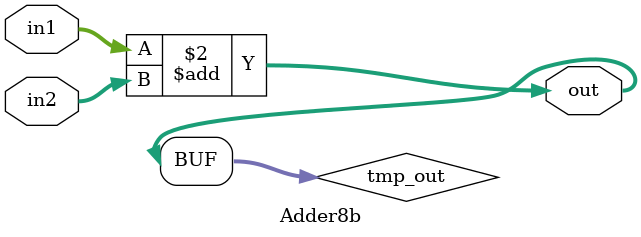
<source format=v>

module Adder8b (in1, in2, out);

// ------------------------ PORT declaration ------------------------ //
input [7:0] in1, in2;
output [7:0] out;

// ------------------------- Registers/Wires ------------------------ //
reg [7:0] tmp_out;


always @(*)
begin

	tmp_out = in1 + in2;
	
end

// Assign output and condition flags
assign out = tmp_out;

endmodule

</source>
